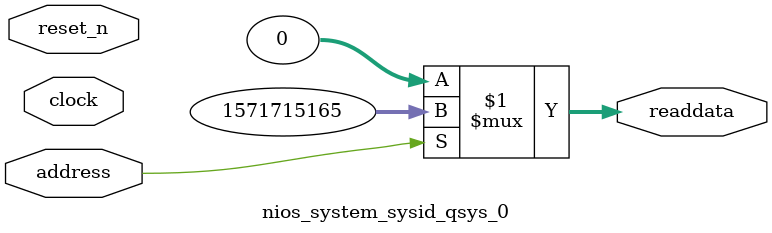
<source format=v>



// synthesis translate_off
`timescale 1ns / 1ps
// synthesis translate_on

// turn off superfluous verilog processor warnings 
// altera message_level Level1 
// altera message_off 10034 10035 10036 10037 10230 10240 10030 

module nios_system_sysid_qsys_0 (
               // inputs:
                address,
                clock,
                reset_n,

               // outputs:
                readdata
             )
;

  output  [ 31: 0] readdata;
  input            address;
  input            clock;
  input            reset_n;

  wire    [ 31: 0] readdata;
  //control_slave, which is an e_avalon_slave
  assign readdata = address ? 1571715165 : 0;

endmodule



</source>
